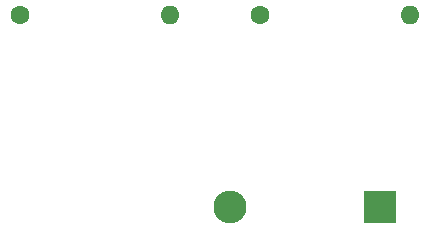
<source format=gbr>
%TF.GenerationSoftware,KiCad,Pcbnew,(7.0.0)*%
%TF.CreationDate,2023-08-25T13:08:02+02:00*%
%TF.ProjectId,JIG_THT,4a49475f-5448-4542-9e6b-696361645f70,rev?*%
%TF.SameCoordinates,Original*%
%TF.FileFunction,Soldermask,Bot*%
%TF.FilePolarity,Negative*%
%FSLAX46Y46*%
G04 Gerber Fmt 4.6, Leading zero omitted, Abs format (unit mm)*
G04 Created by KiCad (PCBNEW (7.0.0)) date 2023-08-25 13:08:02*
%MOMM*%
%LPD*%
G01*
G04 APERTURE LIST*
%ADD10C,1.600000*%
%ADD11O,1.600000X1.600000*%
%ADD12R,2.800000X2.800000*%
%ADD13O,2.800000X2.800000*%
G04 APERTURE END LIST*
D10*
%TO.C,R2*%
X63500000Y-45720000D03*
D11*
X76199999Y-45719999D03*
%TD*%
D10*
%TO.C,R1*%
X43180000Y-45720000D03*
D11*
X55879999Y-45719999D03*
%TD*%
D12*
%TO.C,1n4148*%
X73659999Y-61999999D03*
D13*
X60959999Y-61999999D03*
%TD*%
M02*

</source>
